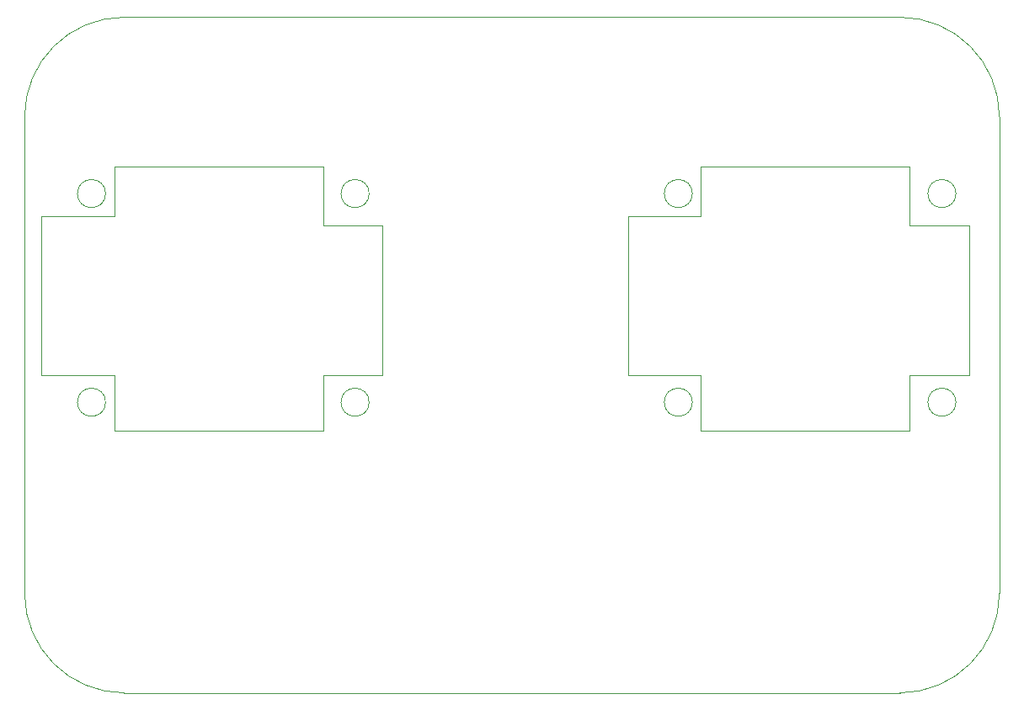
<source format=gbr>
%TF.GenerationSoftware,KiCad,Pcbnew,8.0.2*%
%TF.CreationDate,2024-06-16T11:23:51+08:00*%
%TF.ProjectId,transmitter,7472616e-736d-4697-9474-65722e6b6963,rev?*%
%TF.SameCoordinates,Original*%
%TF.FileFunction,Profile,NP*%
%FSLAX46Y46*%
G04 Gerber Fmt 4.6, Leading zero omitted, Abs format (unit mm)*
G04 Created by KiCad (PCBNEW 8.0.2) date 2024-06-16 11:23:51*
%MOMM*%
%LPD*%
G01*
G04 APERTURE LIST*
%TA.AperFunction,Profile*%
%ADD10C,0.050000*%
%TD*%
G04 APERTURE END LIST*
D10*
X107500000Y-64000000D02*
X107000000Y-64000000D01*
X97000000Y-74000000D02*
X97000000Y-122000000D01*
X185000000Y-64000000D02*
X107500000Y-64000000D01*
X195000000Y-122000000D02*
X195000000Y-74000000D01*
X107000000Y-132000000D02*
X185000000Y-132000000D01*
X107000000Y-132000000D02*
G75*
G02*
X97000000Y-122000000I0J10000000D01*
G01*
X195000000Y-122000000D02*
G75*
G02*
X185000000Y-132000000I-10000000J0D01*
G01*
X185000000Y-64000000D02*
G75*
G02*
X195000000Y-74000000I0J-10000000D01*
G01*
X97000000Y-74000000D02*
G75*
G02*
X107000000Y-64000000I10000000J0D01*
G01*
%TO.C,U7*%
X157700000Y-84000000D02*
X157700000Y-100000000D01*
X157700000Y-100000000D02*
X165000000Y-100000000D01*
X165000000Y-79000000D02*
X165000000Y-84000000D01*
X165000000Y-84000000D02*
X157700000Y-84000000D01*
X165000000Y-100000000D02*
X165000000Y-105600000D01*
X165000000Y-105600000D02*
X186000000Y-105600000D01*
X186000000Y-79000000D02*
X165000000Y-79000000D01*
X186000000Y-85000000D02*
X186000000Y-79000000D01*
X186000000Y-100000000D02*
X192000000Y-100000000D01*
X186000000Y-105600000D02*
X186000000Y-100000000D01*
X192000000Y-85000000D02*
X186000000Y-85000000D01*
X192000000Y-100000000D02*
X192000000Y-85000000D01*
X164134214Y-81750000D02*
G75*
G02*
X161305786Y-81750000I-1414214J0D01*
G01*
X161305786Y-81750000D02*
G75*
G02*
X164134214Y-81750000I1414214J0D01*
G01*
X164134214Y-102750000D02*
G75*
G02*
X161305786Y-102750000I-1414214J0D01*
G01*
X161305786Y-102750000D02*
G75*
G02*
X164134214Y-102750000I1414214J0D01*
G01*
X190634214Y-81750000D02*
G75*
G02*
X187805786Y-81750000I-1414214J0D01*
G01*
X187805786Y-81750000D02*
G75*
G02*
X190634214Y-81750000I1414214J0D01*
G01*
X190634214Y-102750000D02*
G75*
G02*
X187805786Y-102750000I-1414214J0D01*
G01*
X187805786Y-102750000D02*
G75*
G02*
X190634214Y-102750000I1414214J0D01*
G01*
%TO.C,U8*%
X98700000Y-84000000D02*
X98700000Y-100000000D01*
X98700000Y-100000000D02*
X106000000Y-100000000D01*
X106000000Y-79000000D02*
X106000000Y-84000000D01*
X106000000Y-84000000D02*
X98700000Y-84000000D01*
X106000000Y-100000000D02*
X106000000Y-105600000D01*
X106000000Y-105600000D02*
X127000000Y-105600000D01*
X127000000Y-79000000D02*
X106000000Y-79000000D01*
X127000000Y-85000000D02*
X127000000Y-79000000D01*
X127000000Y-100000000D02*
X133000000Y-100000000D01*
X127000000Y-105600000D02*
X127000000Y-100000000D01*
X133000000Y-85000000D02*
X127000000Y-85000000D01*
X133000000Y-100000000D02*
X133000000Y-85000000D01*
X105134214Y-81750000D02*
G75*
G02*
X102305786Y-81750000I-1414214J0D01*
G01*
X102305786Y-81750000D02*
G75*
G02*
X105134214Y-81750000I1414214J0D01*
G01*
X105134214Y-102750000D02*
G75*
G02*
X102305786Y-102750000I-1414214J0D01*
G01*
X102305786Y-102750000D02*
G75*
G02*
X105134214Y-102750000I1414214J0D01*
G01*
X131634214Y-81750000D02*
G75*
G02*
X128805786Y-81750000I-1414214J0D01*
G01*
X128805786Y-81750000D02*
G75*
G02*
X131634214Y-81750000I1414214J0D01*
G01*
X131634214Y-102750000D02*
G75*
G02*
X128805786Y-102750000I-1414214J0D01*
G01*
X128805786Y-102750000D02*
G75*
G02*
X131634214Y-102750000I1414214J0D01*
G01*
%TD*%
M02*

</source>
